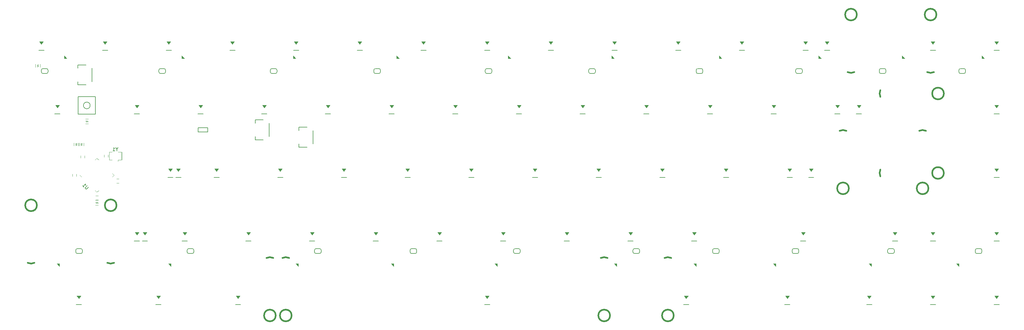
<source format=gbr>
%TF.GenerationSoftware,KiCad,Pcbnew,(5.1.11)-1*%
%TF.CreationDate,2022-09-25T18:14:13+07:00*%
%TF.ProjectId,Eclipse65,45636c69-7073-4653-9635-2e6b69636164,rev?*%
%TF.SameCoordinates,Original*%
%TF.FileFunction,Legend,Bot*%
%TF.FilePolarity,Positive*%
%FSLAX46Y46*%
G04 Gerber Fmt 4.6, Leading zero omitted, Abs format (unit mm)*
G04 Created by KiCad (PCBNEW (5.1.11)-1) date 2022-09-25 18:14:13*
%MOMM*%
%LPD*%
G01*
G04 APERTURE LIST*
%ADD10C,0.150000*%
%ADD11C,0.100000*%
%ADD12C,0.500000*%
%ADD13C,0.120000*%
G04 APERTURE END LIST*
D10*
%TO.C,J3*%
X105137440Y-67675040D02*
X105137440Y-68675040D01*
X105137440Y-68675040D02*
X107537440Y-68675040D01*
X109337440Y-67675040D02*
X109337440Y-63675040D01*
X107537440Y-62675040D02*
X105137440Y-62675040D01*
X105137440Y-62675040D02*
X105137440Y-63675040D01*
%TO.C,U2*%
X88087440Y-66325040D02*
X88087440Y-65025040D01*
X90987440Y-66325040D02*
X88087440Y-66325040D01*
X90987440Y-65025040D02*
X90987440Y-66325040D01*
X90987440Y-65025040D02*
X88087440Y-65025040D01*
D11*
%TO.C,RGB20*%
G36*
X314887500Y-105784375D02*
G01*
X315687500Y-105784375D01*
X315687500Y-106584375D01*
X314887500Y-105784375D01*
G37*
X314887500Y-105784375D02*
X315687500Y-105784375D01*
X315687500Y-106584375D01*
X314887500Y-105784375D01*
D10*
X320537500Y-101734375D02*
X320537500Y-102234375D01*
X322037500Y-101234375D02*
X321037500Y-101234375D01*
X322537500Y-102234375D02*
X322537500Y-101734375D01*
X321037500Y-102734375D02*
X322037500Y-102734375D01*
X322537500Y-101734375D02*
G75*
G03*
X322037500Y-101234375I-500000J0D01*
G01*
X321037500Y-101234375D02*
G75*
G03*
X320537500Y-101734375I0J-500000D01*
G01*
X320537500Y-102234375D02*
G75*
G03*
X321037500Y-102734375I500000J0D01*
G01*
X322037500Y-102734375D02*
G75*
G03*
X322537500Y-102234375I0J500000D01*
G01*
D11*
%TO.C,RGB19*%
G36*
X323287500Y-44234375D02*
G01*
X322487500Y-44234375D01*
X322487500Y-43434375D01*
X323287500Y-44234375D01*
G37*
X323287500Y-44234375D02*
X322487500Y-44234375D01*
X322487500Y-43434375D01*
X323287500Y-44234375D01*
D10*
X317637500Y-48284375D02*
X317637500Y-47784375D01*
X316137500Y-48784375D02*
X317137500Y-48784375D01*
X315637500Y-47784375D02*
X315637500Y-48284375D01*
X317137500Y-47284375D02*
X316137500Y-47284375D01*
X315637500Y-48284375D02*
G75*
G03*
X316137500Y-48784375I500000J0D01*
G01*
X317137500Y-48784375D02*
G75*
G03*
X317637500Y-48284375I0J500000D01*
G01*
X317637500Y-47784375D02*
G75*
G03*
X317137500Y-47284375I-500000J0D01*
G01*
X316137500Y-47284375D02*
G75*
G03*
X315637500Y-47784375I0J-500000D01*
G01*
D11*
%TO.C,D48*%
G36*
X326949000Y-116200000D02*
G01*
X327549000Y-115400000D01*
X326349000Y-115400000D01*
X326949000Y-116200000D01*
G37*
X326949000Y-116200000D02*
X327549000Y-115400000D01*
X326349000Y-115400000D01*
X326949000Y-116200000D01*
D10*
X326149000Y-118000000D02*
X327749000Y-118000000D01*
D11*
%TO.C,D47*%
G36*
X326949000Y-97150000D02*
G01*
X327549000Y-96350000D01*
X326349000Y-96350000D01*
X326949000Y-97150000D01*
G37*
X326949000Y-97150000D02*
X327549000Y-96350000D01*
X326349000Y-96350000D01*
X326949000Y-97150000D01*
D10*
X326149000Y-98950000D02*
X327749000Y-98950000D01*
D11*
%TO.C,D46*%
G36*
X326949000Y-78100000D02*
G01*
X327549000Y-77300000D01*
X326349000Y-77300000D01*
X326949000Y-78100000D01*
G37*
X326949000Y-78100000D02*
X327549000Y-77300000D01*
X326349000Y-77300000D01*
X326949000Y-78100000D01*
D10*
X326149000Y-79900000D02*
X327749000Y-79900000D01*
D11*
%TO.C,D32*%
G36*
X326949000Y-59050000D02*
G01*
X327549000Y-58250000D01*
X326349000Y-58250000D01*
X326949000Y-59050000D01*
G37*
X326949000Y-59050000D02*
X327549000Y-58250000D01*
X326349000Y-58250000D01*
X326949000Y-59050000D01*
D10*
X326149000Y-60850000D02*
X327749000Y-60850000D01*
D11*
%TO.C,D31*%
G36*
X326949000Y-40000000D02*
G01*
X327549000Y-39200000D01*
X326349000Y-39200000D01*
X326949000Y-40000000D01*
G37*
X326949000Y-40000000D02*
X327549000Y-39200000D01*
X326349000Y-39200000D01*
X326949000Y-40000000D01*
D10*
X326149000Y-41800000D02*
X327749000Y-41800000D01*
%TO.C,J1*%
X118234370Y-64865670D02*
X118234370Y-65865670D01*
X120634370Y-64865670D02*
X118234370Y-64865670D01*
X122434370Y-69865670D02*
X122434370Y-65865670D01*
X118234370Y-70865670D02*
X120634370Y-70865670D01*
X118234370Y-69865670D02*
X118234370Y-70865670D01*
%TO.C,J2*%
X52113750Y-46184375D02*
X52113750Y-47184375D01*
X54513750Y-46184375D02*
X52113750Y-46184375D01*
X56313750Y-51184375D02*
X56313750Y-47184375D01*
X52113750Y-52184375D02*
X54513750Y-52184375D01*
X52113750Y-51184375D02*
X52113750Y-52184375D01*
D11*
%TO.C,D16*%
G36*
X234080250Y-116200000D02*
G01*
X234680250Y-115400000D01*
X233480250Y-115400000D01*
X234080250Y-116200000D01*
G37*
X234080250Y-116200000D02*
X234680250Y-115400000D01*
X233480250Y-115400000D01*
X234080250Y-116200000D01*
D10*
X233280250Y-118000000D02*
X234880250Y-118000000D01*
D12*
%TO.C,MX84*%
X311153750Y-78581250D02*
G75*
G03*
X311153750Y-78581250I-1750000J0D01*
G01*
X311153750Y-54768750D02*
G75*
G03*
X311153750Y-54768750I-1750000J0D01*
G01*
X292163225Y-53769801D02*
G75*
G03*
X292163750Y-55768750I2000525J-998949D01*
G01*
X292163225Y-77582301D02*
G75*
G03*
X292163750Y-79581250I2000525J-998949D01*
G01*
%TO.C,MX45*%
X306550000Y-83185000D02*
G75*
G03*
X306550000Y-83185000I-1750000J0D01*
G01*
X282737500Y-83185000D02*
G75*
G03*
X282737500Y-83185000I-1750000J0D01*
G01*
X281986449Y-65944475D02*
G75*
G03*
X279987500Y-65945000I-998949J-2000525D01*
G01*
X305798949Y-65944475D02*
G75*
G03*
X303800000Y-65945000I-998949J-2000525D01*
G01*
%TO.C,MX79*%
X230350000Y-121285000D02*
G75*
G03*
X230350000Y-121285000I-1750000J0D01*
G01*
X116050000Y-121285000D02*
G75*
G03*
X116050000Y-121285000I-1750000J0D01*
G01*
X229598949Y-104044475D02*
G75*
G03*
X227600000Y-104045000I-998949J-2000525D01*
G01*
X115298949Y-104044475D02*
G75*
G03*
X113300000Y-104045000I-998949J-2000525D01*
G01*
D13*
%TO.C,R5*%
X40825000Y-46859375D02*
X40825000Y-46009375D01*
X39425000Y-46859375D02*
X39425000Y-46009375D01*
D11*
X39925000Y-46184375D02*
X40325000Y-46084375D01*
X40325000Y-46684375D02*
X39925000Y-46584375D01*
X39925000Y-46784375D02*
X40325000Y-46684375D01*
X39925000Y-46584375D02*
X40325000Y-46484375D01*
X40325000Y-46484375D02*
X39925000Y-46384375D01*
X39925000Y-46384375D02*
X40325000Y-46284375D01*
X40325000Y-46284375D02*
X39925000Y-46184375D01*
D10*
%TO.C,D72*%
X307099000Y-118000000D02*
X308699000Y-118000000D01*
D11*
G36*
X307899000Y-116200000D02*
G01*
X308499000Y-115400000D01*
X307299000Y-115400000D01*
X307899000Y-116200000D01*
G37*
X307899000Y-116200000D02*
X308499000Y-115400000D01*
X307299000Y-115400000D01*
X307899000Y-116200000D01*
D10*
%TO.C,D69*%
X173749000Y-118000000D02*
X175349000Y-118000000D01*
D11*
G36*
X174549000Y-116200000D02*
G01*
X175149000Y-115400000D01*
X173949000Y-115400000D01*
X174549000Y-116200000D01*
G37*
X174549000Y-116200000D02*
X175149000Y-115400000D01*
X173949000Y-115400000D01*
X174549000Y-116200000D01*
D10*
%TO.C,D68*%
X263518750Y-118000000D02*
X265118750Y-118000000D01*
D11*
G36*
X264318750Y-116200000D02*
G01*
X264918750Y-115400000D01*
X263718750Y-115400000D01*
X264318750Y-116200000D01*
G37*
X264318750Y-116200000D02*
X264918750Y-115400000D01*
X263718750Y-115400000D01*
X264318750Y-116200000D01*
D10*
%TO.C,D67*%
X99212500Y-118000000D02*
X100812500Y-118000000D01*
D11*
G36*
X100012500Y-116200000D02*
G01*
X100612500Y-115400000D01*
X99412500Y-115400000D01*
X100012500Y-116200000D01*
G37*
X100012500Y-116200000D02*
X100612500Y-115400000D01*
X99412500Y-115400000D01*
X100012500Y-116200000D01*
D10*
%TO.C,D66*%
X75400000Y-118000000D02*
X77000000Y-118000000D01*
D11*
G36*
X76200000Y-116200000D02*
G01*
X76800000Y-115400000D01*
X75600000Y-115400000D01*
X76200000Y-116200000D01*
G37*
X76200000Y-116200000D02*
X76800000Y-115400000D01*
X75600000Y-115400000D01*
X76200000Y-116200000D01*
D10*
%TO.C,D65*%
X51587500Y-118000000D02*
X53187500Y-118000000D01*
D11*
G36*
X52387500Y-116200000D02*
G01*
X52987500Y-115400000D01*
X51787500Y-115400000D01*
X52387500Y-116200000D01*
G37*
X52387500Y-116200000D02*
X52987500Y-115400000D01*
X51787500Y-115400000D01*
X52387500Y-116200000D01*
D10*
%TO.C,D63*%
X307099000Y-98950000D02*
X308699000Y-98950000D01*
D11*
G36*
X307899000Y-97150000D02*
G01*
X308499000Y-96350000D01*
X307299000Y-96350000D01*
X307899000Y-97150000D01*
G37*
X307899000Y-97150000D02*
X308499000Y-96350000D01*
X307299000Y-96350000D01*
X307899000Y-97150000D01*
D10*
%TO.C,D30*%
X284950000Y-60850000D02*
X286550000Y-60850000D01*
D11*
G36*
X285750000Y-59050000D02*
G01*
X286350000Y-58250000D01*
X285150000Y-58250000D01*
X285750000Y-59050000D01*
G37*
X285750000Y-59050000D02*
X286350000Y-58250000D01*
X285150000Y-58250000D01*
X285750000Y-59050000D01*
D10*
%TO.C,SW1*%
X55768750Y-58340625D02*
G75*
G03*
X55768750Y-58340625I-1000000J0D01*
G01*
X52168750Y-55740625D02*
X52168750Y-60940625D01*
X57368750Y-55740625D02*
X52168750Y-55740625D01*
X57368750Y-60940625D02*
X57368750Y-55740625D01*
X52168750Y-60940625D02*
X57368750Y-60940625D01*
D11*
%TO.C,R4*%
X54918750Y-63303125D02*
X55018750Y-62903125D01*
X54818750Y-62903125D02*
X54918750Y-63303125D01*
X54718750Y-63303125D02*
X54818750Y-62903125D01*
X54618750Y-62903125D02*
X54718750Y-63303125D01*
X54418750Y-62903125D02*
X54518750Y-63303125D01*
X54518750Y-63303125D02*
X54618750Y-62903125D01*
X55018750Y-62903125D02*
X55118750Y-63303125D01*
D13*
X54343750Y-62403125D02*
X55193750Y-62403125D01*
X54343750Y-63803125D02*
X55193750Y-63803125D01*
D11*
%TO.C,RGB18*%
G36*
X288693750Y-105784375D02*
G01*
X289493750Y-105784375D01*
X289493750Y-106584375D01*
X288693750Y-105784375D01*
G37*
X288693750Y-105784375D02*
X289493750Y-105784375D01*
X289493750Y-106584375D01*
X288693750Y-105784375D01*
D10*
X294343750Y-101734375D02*
X294343750Y-102234375D01*
X295843750Y-101234375D02*
X294843750Y-101234375D01*
X296343750Y-102234375D02*
X296343750Y-101734375D01*
X294843750Y-102734375D02*
X295843750Y-102734375D01*
X295843750Y-102734375D02*
G75*
G03*
X296343750Y-102234375I0J500000D01*
G01*
X294343750Y-102234375D02*
G75*
G03*
X294843750Y-102734375I500000J0D01*
G01*
X294843750Y-101234375D02*
G75*
G03*
X294343750Y-101734375I0J-500000D01*
G01*
X296343750Y-101734375D02*
G75*
G03*
X295843750Y-101234375I-500000J0D01*
G01*
D11*
%TO.C,RGB17*%
G36*
X260118750Y-105784375D02*
G01*
X260918750Y-105784375D01*
X260918750Y-106584375D01*
X260118750Y-105784375D01*
G37*
X260118750Y-105784375D02*
X260918750Y-105784375D01*
X260918750Y-106584375D01*
X260118750Y-105784375D01*
D10*
X265768750Y-101734375D02*
X265768750Y-102234375D01*
X267268750Y-101234375D02*
X266268750Y-101234375D01*
X267768750Y-102234375D02*
X267768750Y-101734375D01*
X266268750Y-102734375D02*
X267268750Y-102734375D01*
X267268750Y-102734375D02*
G75*
G03*
X267768750Y-102234375I0J500000D01*
G01*
X265768750Y-102234375D02*
G75*
G03*
X266268750Y-102734375I500000J0D01*
G01*
X266268750Y-101234375D02*
G75*
G03*
X265768750Y-101734375I0J-500000D01*
G01*
X267768750Y-101734375D02*
G75*
G03*
X267268750Y-101234375I-500000J0D01*
G01*
D11*
%TO.C,RGB16*%
G36*
X236306250Y-105784375D02*
G01*
X237106250Y-105784375D01*
X237106250Y-106584375D01*
X236306250Y-105784375D01*
G37*
X236306250Y-105784375D02*
X237106250Y-105784375D01*
X237106250Y-106584375D01*
X236306250Y-105784375D01*
D10*
X241956250Y-101734375D02*
X241956250Y-102234375D01*
X243456250Y-101234375D02*
X242456250Y-101234375D01*
X243956250Y-102234375D02*
X243956250Y-101734375D01*
X242456250Y-102734375D02*
X243456250Y-102734375D01*
X243456250Y-102734375D02*
G75*
G03*
X243956250Y-102234375I0J500000D01*
G01*
X241956250Y-102234375D02*
G75*
G03*
X242456250Y-102734375I500000J0D01*
G01*
X242456250Y-101234375D02*
G75*
G03*
X241956250Y-101734375I0J-500000D01*
G01*
X243956250Y-101734375D02*
G75*
G03*
X243456250Y-101234375I-500000J0D01*
G01*
D11*
%TO.C,RGB15*%
G36*
X212493750Y-105784375D02*
G01*
X213293750Y-105784375D01*
X213293750Y-106584375D01*
X212493750Y-105784375D01*
G37*
X212493750Y-105784375D02*
X213293750Y-105784375D01*
X213293750Y-106584375D01*
X212493750Y-105784375D01*
D10*
X218143750Y-101734375D02*
X218143750Y-102234375D01*
X219643750Y-101234375D02*
X218643750Y-101234375D01*
X220143750Y-102234375D02*
X220143750Y-101734375D01*
X218643750Y-102734375D02*
X219643750Y-102734375D01*
X219643750Y-102734375D02*
G75*
G03*
X220143750Y-102234375I0J500000D01*
G01*
X218143750Y-102234375D02*
G75*
G03*
X218643750Y-102734375I500000J0D01*
G01*
X218643750Y-101234375D02*
G75*
G03*
X218143750Y-101734375I0J-500000D01*
G01*
X220143750Y-101734375D02*
G75*
G03*
X219643750Y-101234375I-500000J0D01*
G01*
D11*
%TO.C,RGB14*%
G36*
X176775000Y-105784375D02*
G01*
X177575000Y-105784375D01*
X177575000Y-106584375D01*
X176775000Y-105784375D01*
G37*
X176775000Y-105784375D02*
X177575000Y-105784375D01*
X177575000Y-106584375D01*
X176775000Y-105784375D01*
D10*
X182425000Y-101734375D02*
X182425000Y-102234375D01*
X183925000Y-101234375D02*
X182925000Y-101234375D01*
X184425000Y-102234375D02*
X184425000Y-101734375D01*
X182925000Y-102734375D02*
X183925000Y-102734375D01*
X183925000Y-102734375D02*
G75*
G03*
X184425000Y-102234375I0J500000D01*
G01*
X182425000Y-102234375D02*
G75*
G03*
X182925000Y-102734375I500000J0D01*
G01*
X182925000Y-101234375D02*
G75*
G03*
X182425000Y-101734375I0J-500000D01*
G01*
X184425000Y-101734375D02*
G75*
G03*
X183925000Y-101234375I-500000J0D01*
G01*
D11*
%TO.C,RGB13*%
G36*
X145818750Y-105784375D02*
G01*
X146618750Y-105784375D01*
X146618750Y-106584375D01*
X145818750Y-105784375D01*
G37*
X145818750Y-105784375D02*
X146618750Y-105784375D01*
X146618750Y-106584375D01*
X145818750Y-105784375D01*
D10*
X151468750Y-101734375D02*
X151468750Y-102234375D01*
X152968750Y-101234375D02*
X151968750Y-101234375D01*
X153468750Y-102234375D02*
X153468750Y-101734375D01*
X151968750Y-102734375D02*
X152968750Y-102734375D01*
X152968750Y-102734375D02*
G75*
G03*
X153468750Y-102234375I0J500000D01*
G01*
X151468750Y-102234375D02*
G75*
G03*
X151968750Y-102734375I500000J0D01*
G01*
X151968750Y-101234375D02*
G75*
G03*
X151468750Y-101734375I0J-500000D01*
G01*
X153468750Y-101734375D02*
G75*
G03*
X152968750Y-101234375I-500000J0D01*
G01*
D11*
%TO.C,RGB12*%
G36*
X117243750Y-105784375D02*
G01*
X118043750Y-105784375D01*
X118043750Y-106584375D01*
X117243750Y-105784375D01*
G37*
X117243750Y-105784375D02*
X118043750Y-105784375D01*
X118043750Y-106584375D01*
X117243750Y-105784375D01*
D10*
X122893750Y-101734375D02*
X122893750Y-102234375D01*
X124393750Y-101234375D02*
X123393750Y-101234375D01*
X124893750Y-102234375D02*
X124893750Y-101734375D01*
X123393750Y-102734375D02*
X124393750Y-102734375D01*
X124393750Y-102734375D02*
G75*
G03*
X124893750Y-102234375I0J500000D01*
G01*
X122893750Y-102234375D02*
G75*
G03*
X123393750Y-102734375I500000J0D01*
G01*
X123393750Y-101234375D02*
G75*
G03*
X122893750Y-101734375I0J-500000D01*
G01*
X124893750Y-101734375D02*
G75*
G03*
X124393750Y-101234375I-500000J0D01*
G01*
D11*
%TO.C,RGB11*%
G36*
X79143750Y-105784375D02*
G01*
X79943750Y-105784375D01*
X79943750Y-106584375D01*
X79143750Y-105784375D01*
G37*
X79143750Y-105784375D02*
X79943750Y-105784375D01*
X79943750Y-106584375D01*
X79143750Y-105784375D01*
D10*
X84793750Y-101734375D02*
X84793750Y-102234375D01*
X86293750Y-101234375D02*
X85293750Y-101234375D01*
X86793750Y-102234375D02*
X86793750Y-101734375D01*
X85293750Y-102734375D02*
X86293750Y-102734375D01*
X86293750Y-102734375D02*
G75*
G03*
X86793750Y-102234375I0J500000D01*
G01*
X84793750Y-102234375D02*
G75*
G03*
X85293750Y-102734375I500000J0D01*
G01*
X85293750Y-101234375D02*
G75*
G03*
X84793750Y-101734375I0J-500000D01*
G01*
X86793750Y-101734375D02*
G75*
G03*
X86293750Y-101234375I-500000J0D01*
G01*
D11*
%TO.C,RGB10*%
G36*
X45806250Y-105784375D02*
G01*
X46606250Y-105784375D01*
X46606250Y-106584375D01*
X45806250Y-105784375D01*
G37*
X45806250Y-105784375D02*
X46606250Y-105784375D01*
X46606250Y-106584375D01*
X45806250Y-105784375D01*
D10*
X51456250Y-101734375D02*
X51456250Y-102234375D01*
X52956250Y-101234375D02*
X51956250Y-101234375D01*
X53456250Y-102234375D02*
X53456250Y-101734375D01*
X51956250Y-102734375D02*
X52956250Y-102734375D01*
X52956250Y-102734375D02*
G75*
G03*
X53456250Y-102234375I0J500000D01*
G01*
X51456250Y-102234375D02*
G75*
G03*
X51956250Y-102734375I500000J0D01*
G01*
X51956250Y-101234375D02*
G75*
G03*
X51456250Y-101734375I0J-500000D01*
G01*
X53456250Y-101734375D02*
G75*
G03*
X52956250Y-101234375I-500000J0D01*
G01*
D12*
%TO.C,MX46*%
X308931250Y-31115000D02*
G75*
G03*
X308931250Y-31115000I-1750000J0D01*
G01*
X285118750Y-31115000D02*
G75*
G03*
X285118750Y-31115000I-1750000J0D01*
G01*
X306182301Y-48355525D02*
G75*
G03*
X308181250Y-48355000I998949J2000525D01*
G01*
X282369801Y-48355525D02*
G75*
G03*
X284368750Y-48355000I998949J2000525D01*
G01*
D11*
%TO.C,RGB9*%
G36*
X299475000Y-44234375D02*
G01*
X298675000Y-44234375D01*
X298675000Y-43434375D01*
X299475000Y-44234375D01*
G37*
X299475000Y-44234375D02*
X298675000Y-44234375D01*
X298675000Y-43434375D01*
X299475000Y-44234375D01*
D10*
X293825000Y-48284375D02*
X293825000Y-47784375D01*
X292325000Y-48784375D02*
X293325000Y-48784375D01*
X291825000Y-47784375D02*
X291825000Y-48284375D01*
X293325000Y-47284375D02*
X292325000Y-47284375D01*
X291825000Y-48284375D02*
G75*
G03*
X292325000Y-48784375I500000J0D01*
G01*
X293325000Y-48784375D02*
G75*
G03*
X293825000Y-48284375I0J500000D01*
G01*
X293825000Y-47784375D02*
G75*
G03*
X293325000Y-47284375I-500000J0D01*
G01*
X292325000Y-47284375D02*
G75*
G03*
X291825000Y-47784375I0J-500000D01*
G01*
D11*
%TO.C,RGB8*%
G36*
X274471875Y-44234375D02*
G01*
X273671875Y-44234375D01*
X273671875Y-43434375D01*
X274471875Y-44234375D01*
G37*
X274471875Y-44234375D02*
X273671875Y-44234375D01*
X273671875Y-43434375D01*
X274471875Y-44234375D01*
D10*
X268821875Y-48284375D02*
X268821875Y-47784375D01*
X267321875Y-48784375D02*
X268321875Y-48784375D01*
X266821875Y-47784375D02*
X266821875Y-48284375D01*
X268321875Y-47284375D02*
X267321875Y-47284375D01*
X266821875Y-48284375D02*
G75*
G03*
X267321875Y-48784375I500000J0D01*
G01*
X268321875Y-48784375D02*
G75*
G03*
X268821875Y-48284375I0J500000D01*
G01*
X268821875Y-47784375D02*
G75*
G03*
X268321875Y-47284375I-500000J0D01*
G01*
X267321875Y-47284375D02*
G75*
G03*
X266821875Y-47784375I0J-500000D01*
G01*
D11*
%TO.C,RGB7*%
G36*
X244706250Y-44234375D02*
G01*
X243906250Y-44234375D01*
X243906250Y-43434375D01*
X244706250Y-44234375D01*
G37*
X244706250Y-44234375D02*
X243906250Y-44234375D01*
X243906250Y-43434375D01*
X244706250Y-44234375D01*
D10*
X239056250Y-48284375D02*
X239056250Y-47784375D01*
X237556250Y-48784375D02*
X238556250Y-48784375D01*
X237056250Y-47784375D02*
X237056250Y-48284375D01*
X238556250Y-47284375D02*
X237556250Y-47284375D01*
X237056250Y-48284375D02*
G75*
G03*
X237556250Y-48784375I500000J0D01*
G01*
X238556250Y-48784375D02*
G75*
G03*
X239056250Y-48284375I0J500000D01*
G01*
X239056250Y-47784375D02*
G75*
G03*
X238556250Y-47284375I-500000J0D01*
G01*
X237556250Y-47284375D02*
G75*
G03*
X237056250Y-47784375I0J-500000D01*
G01*
D11*
%TO.C,RGB6*%
G36*
X212559375Y-44234375D02*
G01*
X211759375Y-44234375D01*
X211759375Y-43434375D01*
X212559375Y-44234375D01*
G37*
X212559375Y-44234375D02*
X211759375Y-44234375D01*
X211759375Y-43434375D01*
X212559375Y-44234375D01*
D10*
X206909375Y-48284375D02*
X206909375Y-47784375D01*
X205409375Y-48784375D02*
X206409375Y-48784375D01*
X204909375Y-47784375D02*
X204909375Y-48284375D01*
X206409375Y-47284375D02*
X205409375Y-47284375D01*
X204909375Y-48284375D02*
G75*
G03*
X205409375Y-48784375I500000J0D01*
G01*
X206409375Y-48784375D02*
G75*
G03*
X206909375Y-48284375I0J500000D01*
G01*
X206909375Y-47784375D02*
G75*
G03*
X206409375Y-47284375I-500000J0D01*
G01*
X205409375Y-47284375D02*
G75*
G03*
X204909375Y-47784375I0J-500000D01*
G01*
D11*
%TO.C,RGB5*%
G36*
X181603125Y-44234375D02*
G01*
X180803125Y-44234375D01*
X180803125Y-43434375D01*
X181603125Y-44234375D01*
G37*
X181603125Y-44234375D02*
X180803125Y-44234375D01*
X180803125Y-43434375D01*
X181603125Y-44234375D01*
D10*
X175953125Y-48284375D02*
X175953125Y-47784375D01*
X174453125Y-48784375D02*
X175453125Y-48784375D01*
X173953125Y-47784375D02*
X173953125Y-48284375D01*
X175453125Y-47284375D02*
X174453125Y-47284375D01*
X173953125Y-48284375D02*
G75*
G03*
X174453125Y-48784375I500000J0D01*
G01*
X175453125Y-48784375D02*
G75*
G03*
X175953125Y-48284375I0J500000D01*
G01*
X175953125Y-47784375D02*
G75*
G03*
X175453125Y-47284375I-500000J0D01*
G01*
X174453125Y-47284375D02*
G75*
G03*
X173953125Y-47784375I0J-500000D01*
G01*
D11*
%TO.C,RGB4*%
G36*
X148265625Y-44234375D02*
G01*
X147465625Y-44234375D01*
X147465625Y-43434375D01*
X148265625Y-44234375D01*
G37*
X148265625Y-44234375D02*
X147465625Y-44234375D01*
X147465625Y-43434375D01*
X148265625Y-44234375D01*
D10*
X142615625Y-48284375D02*
X142615625Y-47784375D01*
X141115625Y-48784375D02*
X142115625Y-48784375D01*
X140615625Y-47784375D02*
X140615625Y-48284375D01*
X142115625Y-47284375D02*
X141115625Y-47284375D01*
X140615625Y-48284375D02*
G75*
G03*
X141115625Y-48784375I500000J0D01*
G01*
X142115625Y-48784375D02*
G75*
G03*
X142615625Y-48284375I0J500000D01*
G01*
X142615625Y-47784375D02*
G75*
G03*
X142115625Y-47284375I-500000J0D01*
G01*
X141115625Y-47284375D02*
G75*
G03*
X140615625Y-47784375I0J-500000D01*
G01*
D11*
%TO.C,RGB3*%
G36*
X117309375Y-44234375D02*
G01*
X116509375Y-44234375D01*
X116509375Y-43434375D01*
X117309375Y-44234375D01*
G37*
X117309375Y-44234375D02*
X116509375Y-44234375D01*
X116509375Y-43434375D01*
X117309375Y-44234375D01*
D10*
X111659375Y-48284375D02*
X111659375Y-47784375D01*
X110159375Y-48784375D02*
X111159375Y-48784375D01*
X109659375Y-47784375D02*
X109659375Y-48284375D01*
X111159375Y-47284375D02*
X110159375Y-47284375D01*
X109659375Y-48284375D02*
G75*
G03*
X110159375Y-48784375I500000J0D01*
G01*
X111159375Y-48784375D02*
G75*
G03*
X111659375Y-48284375I0J500000D01*
G01*
X111659375Y-47784375D02*
G75*
G03*
X111159375Y-47284375I-500000J0D01*
G01*
X110159375Y-47284375D02*
G75*
G03*
X109659375Y-47784375I0J-500000D01*
G01*
D11*
%TO.C,RGB2*%
G36*
X83971875Y-44234375D02*
G01*
X83171875Y-44234375D01*
X83171875Y-43434375D01*
X83971875Y-44234375D01*
G37*
X83971875Y-44234375D02*
X83171875Y-44234375D01*
X83171875Y-43434375D01*
X83971875Y-44234375D01*
D10*
X78321875Y-48284375D02*
X78321875Y-47784375D01*
X76821875Y-48784375D02*
X77821875Y-48784375D01*
X76321875Y-47784375D02*
X76321875Y-48284375D01*
X77821875Y-47284375D02*
X76821875Y-47284375D01*
X76321875Y-48284375D02*
G75*
G03*
X76821875Y-48784375I500000J0D01*
G01*
X77821875Y-48784375D02*
G75*
G03*
X78321875Y-48284375I0J500000D01*
G01*
X78321875Y-47784375D02*
G75*
G03*
X77821875Y-47284375I-500000J0D01*
G01*
X76821875Y-47284375D02*
G75*
G03*
X76321875Y-47784375I0J-500000D01*
G01*
D11*
%TO.C,RGB1*%
G36*
X48825000Y-44234375D02*
G01*
X48025000Y-44234375D01*
X48025000Y-43434375D01*
X48825000Y-44234375D01*
G37*
X48825000Y-44234375D02*
X48025000Y-44234375D01*
X48025000Y-43434375D01*
X48825000Y-44234375D01*
D10*
X43175000Y-48284375D02*
X43175000Y-47784375D01*
X41675000Y-48784375D02*
X42675000Y-48784375D01*
X41175000Y-47784375D02*
X41175000Y-48284375D01*
X42675000Y-47284375D02*
X41675000Y-47284375D01*
X41175000Y-48284375D02*
G75*
G03*
X41675000Y-48784375I500000J0D01*
G01*
X42675000Y-48784375D02*
G75*
G03*
X43175000Y-48284375I0J500000D01*
G01*
X43175000Y-47784375D02*
G75*
G03*
X42675000Y-47284375I-500000J0D01*
G01*
X41675000Y-47284375D02*
G75*
G03*
X41175000Y-47784375I0J-500000D01*
G01*
D13*
%TO.C,U1*%
X57287348Y-83823909D02*
X57800000Y-84336561D01*
X57800000Y-84336561D02*
X58312652Y-83823909D01*
X58312652Y-74638591D02*
X57800000Y-74125939D01*
X57800000Y-74125939D02*
X57287348Y-74638591D01*
X62392659Y-78718598D02*
X62905311Y-79231250D01*
X62905311Y-79231250D02*
X62392659Y-79743902D01*
X53207341Y-79743902D02*
X52694689Y-79231250D01*
D11*
%TO.C,R3*%
X51443750Y-70134375D02*
X51843750Y-70234375D01*
X51843750Y-70034375D02*
X51443750Y-70134375D01*
X51443750Y-69934375D02*
X51843750Y-70034375D01*
X51843750Y-69834375D02*
X51443750Y-69934375D01*
X51843750Y-69634375D02*
X51443750Y-69734375D01*
X51443750Y-69734375D02*
X51843750Y-69834375D01*
X51843750Y-70234375D02*
X51443750Y-70334375D01*
D13*
X52343750Y-69559375D02*
X52343750Y-70409375D01*
X50943750Y-69559375D02*
X50943750Y-70409375D01*
D11*
%TO.C,R2*%
X53343750Y-69834375D02*
X52943750Y-69734375D01*
X52943750Y-69934375D02*
X53343750Y-69834375D01*
X53343750Y-70034375D02*
X52943750Y-69934375D01*
X52943750Y-70134375D02*
X53343750Y-70034375D01*
X52943750Y-70334375D02*
X53343750Y-70234375D01*
X53343750Y-70234375D02*
X52943750Y-70134375D01*
X52943750Y-69734375D02*
X53343750Y-69634375D01*
D13*
X52443750Y-70409375D02*
X52443750Y-69559375D01*
X53843750Y-70409375D02*
X53843750Y-69559375D01*
%TO.C,Y1*%
X65300000Y-74281250D02*
X65300000Y-74681250D01*
X65100000Y-74281250D02*
X65100000Y-74681250D01*
X61500000Y-74281250D02*
X61500000Y-74681250D01*
X65300000Y-72281250D02*
X65300000Y-74281250D01*
X64100000Y-74681250D02*
X64100000Y-75081250D01*
X64100000Y-74681250D02*
X65100000Y-74681250D01*
X65100000Y-74281250D02*
X65100000Y-72281250D01*
X65100000Y-72281250D02*
X64100000Y-72281250D01*
X62300000Y-72281250D02*
X61500000Y-72281250D01*
X61500000Y-72281250D02*
X61500000Y-74281250D01*
X61500000Y-74681250D02*
X62300000Y-74681250D01*
D11*
%TO.C,R1*%
X57950000Y-87681250D02*
X58050000Y-87281250D01*
X57850000Y-87281250D02*
X57950000Y-87681250D01*
X57750000Y-87681250D02*
X57850000Y-87281250D01*
X57650000Y-87281250D02*
X57750000Y-87681250D01*
X57450000Y-87281250D02*
X57550000Y-87681250D01*
X57550000Y-87681250D02*
X57650000Y-87281250D01*
X58050000Y-87281250D02*
X58150000Y-87681250D01*
D13*
X57375000Y-86781250D02*
X58225000Y-86781250D01*
X57375000Y-88181250D02*
X58225000Y-88181250D01*
%TO.C,C5*%
X59950000Y-73161580D02*
X59950000Y-73861580D01*
X61150000Y-73861580D02*
X61150000Y-73161580D01*
%TO.C,C4*%
X58150000Y-85381250D02*
X57450000Y-85381250D01*
X57450000Y-86581250D02*
X58150000Y-86581250D01*
%TO.C,C3*%
X64400000Y-80381250D02*
X63700000Y-80381250D01*
X63700000Y-81581250D02*
X64400000Y-81581250D01*
%TO.C,C2*%
X51650000Y-79581250D02*
X51650000Y-78881250D01*
X50450000Y-78881250D02*
X50450000Y-79581250D01*
%TO.C,C1*%
X52950000Y-73381250D02*
X52950000Y-74081250D01*
X54150000Y-74081250D02*
X54150000Y-73381250D01*
D12*
%TO.C,MX31*%
X63662500Y-88265000D02*
G75*
G03*
X63662500Y-88265000I-1750000J0D01*
G01*
X39850000Y-88265000D02*
G75*
G03*
X39850000Y-88265000I-1750000J0D01*
G01*
X60913551Y-105505525D02*
G75*
G03*
X62912500Y-105505000I998949J2000525D01*
G01*
X37101051Y-105505525D02*
G75*
G03*
X39100000Y-105505000I998949J2000525D01*
G01*
D11*
%TO.C,D71*%
G36*
X288849000Y-116200000D02*
G01*
X289449000Y-115400000D01*
X288249000Y-115400000D01*
X288849000Y-116200000D01*
G37*
X288849000Y-116200000D02*
X289449000Y-115400000D01*
X288249000Y-115400000D01*
X288849000Y-116200000D01*
D10*
X288049000Y-118000000D02*
X289649000Y-118000000D01*
D12*
%TO.C,MX70*%
X111293850Y-121285000D02*
G75*
G03*
X111293850Y-121285000I-1750000J0D01*
G01*
X211293650Y-121285000D02*
G75*
G03*
X211293650Y-121285000I-1750000J0D01*
G01*
X210542599Y-104044475D02*
G75*
G03*
X208543650Y-104045000I-998949J-2000525D01*
G01*
X110542799Y-104044475D02*
G75*
G03*
X108543850Y-104045000I-998949J-2000525D01*
G01*
D11*
%TO.C,D62*%
G36*
X296545000Y-97150000D02*
G01*
X297145000Y-96350000D01*
X295945000Y-96350000D01*
X296545000Y-97150000D01*
G37*
X296545000Y-97150000D02*
X297145000Y-96350000D01*
X295945000Y-96350000D01*
X296545000Y-97150000D01*
D10*
X295745000Y-98950000D02*
X297345000Y-98950000D01*
D11*
%TO.C,D60*%
G36*
X269081250Y-97150000D02*
G01*
X269681250Y-96350000D01*
X268481250Y-96350000D01*
X269081250Y-97150000D01*
G37*
X269081250Y-97150000D02*
X269681250Y-96350000D01*
X268481250Y-96350000D01*
X269081250Y-97150000D01*
D10*
X268281250Y-98950000D02*
X269881250Y-98950000D01*
D11*
%TO.C,D59*%
G36*
X236461500Y-97150000D02*
G01*
X237061500Y-96350000D01*
X235861500Y-96350000D01*
X236461500Y-97150000D01*
G37*
X236461500Y-97150000D02*
X237061500Y-96350000D01*
X235861500Y-96350000D01*
X236461500Y-97150000D01*
D10*
X235661500Y-98950000D02*
X237261500Y-98950000D01*
D11*
%TO.C,D58*%
G36*
X217411500Y-97150000D02*
G01*
X218011500Y-96350000D01*
X216811500Y-96350000D01*
X217411500Y-97150000D01*
G37*
X217411500Y-97150000D02*
X218011500Y-96350000D01*
X216811500Y-96350000D01*
X217411500Y-97150000D01*
D10*
X216611500Y-98950000D02*
X218211500Y-98950000D01*
D11*
%TO.C,D57*%
G36*
X198361500Y-97150000D02*
G01*
X198961500Y-96350000D01*
X197761500Y-96350000D01*
X198361500Y-97150000D01*
G37*
X198361500Y-97150000D02*
X198961500Y-96350000D01*
X197761500Y-96350000D01*
X198361500Y-97150000D01*
D10*
X197561500Y-98950000D02*
X199161500Y-98950000D01*
D11*
%TO.C,D56*%
G36*
X179311500Y-97150000D02*
G01*
X179911500Y-96350000D01*
X178711500Y-96350000D01*
X179311500Y-97150000D01*
G37*
X179311500Y-97150000D02*
X179911500Y-96350000D01*
X178711500Y-96350000D01*
X179311500Y-97150000D01*
D10*
X178511500Y-98950000D02*
X180111500Y-98950000D01*
D11*
%TO.C,D55*%
G36*
X160261500Y-97150000D02*
G01*
X160861500Y-96350000D01*
X159661500Y-96350000D01*
X160261500Y-97150000D01*
G37*
X160261500Y-97150000D02*
X160861500Y-96350000D01*
X159661500Y-96350000D01*
X160261500Y-97150000D01*
D10*
X159461500Y-98950000D02*
X161061500Y-98950000D01*
D11*
%TO.C,D54*%
G36*
X141211500Y-97150000D02*
G01*
X141811500Y-96350000D01*
X140611500Y-96350000D01*
X141211500Y-97150000D01*
G37*
X141211500Y-97150000D02*
X141811500Y-96350000D01*
X140611500Y-96350000D01*
X141211500Y-97150000D01*
D10*
X140411500Y-98950000D02*
X142011500Y-98950000D01*
D11*
%TO.C,D53*%
G36*
X122161500Y-97150000D02*
G01*
X122761500Y-96350000D01*
X121561500Y-96350000D01*
X122161500Y-97150000D01*
G37*
X122161500Y-97150000D02*
X122761500Y-96350000D01*
X121561500Y-96350000D01*
X122161500Y-97150000D01*
D10*
X121361500Y-98950000D02*
X122961500Y-98950000D01*
D11*
%TO.C,D52*%
G36*
X103111500Y-97150000D02*
G01*
X103711500Y-96350000D01*
X102511500Y-96350000D01*
X103111500Y-97150000D01*
G37*
X103111500Y-97150000D02*
X103711500Y-96350000D01*
X102511500Y-96350000D01*
X103111500Y-97150000D01*
D10*
X102311500Y-98950000D02*
X103911500Y-98950000D01*
D11*
%TO.C,D51*%
G36*
X84061500Y-97150000D02*
G01*
X84661500Y-96350000D01*
X83461500Y-96350000D01*
X84061500Y-97150000D01*
G37*
X84061500Y-97150000D02*
X84661500Y-96350000D01*
X83461500Y-96350000D01*
X84061500Y-97150000D01*
D10*
X83261500Y-98950000D02*
X84861500Y-98950000D01*
D11*
%TO.C,D50*%
G36*
X72155250Y-97150000D02*
G01*
X72755250Y-96350000D01*
X71555250Y-96350000D01*
X72155250Y-97150000D01*
G37*
X72155250Y-97150000D02*
X72755250Y-96350000D01*
X71555250Y-96350000D01*
X72155250Y-97150000D01*
D10*
X71355250Y-98950000D02*
X72955250Y-98950000D01*
D11*
%TO.C,D49*%
G36*
X69774000Y-97150000D02*
G01*
X70374000Y-96350000D01*
X69174000Y-96350000D01*
X69774000Y-97150000D01*
G37*
X69774000Y-97150000D02*
X70374000Y-96350000D01*
X69174000Y-96350000D01*
X69774000Y-97150000D01*
D10*
X68974000Y-98950000D02*
X70574000Y-98950000D01*
D11*
%TO.C,D45*%
G36*
X271462500Y-78100000D02*
G01*
X272062500Y-77300000D01*
X270862500Y-77300000D01*
X271462500Y-78100000D01*
G37*
X271462500Y-78100000D02*
X272062500Y-77300000D01*
X270862500Y-77300000D01*
X271462500Y-78100000D01*
D10*
X270662500Y-79900000D02*
X272262500Y-79900000D01*
D11*
%TO.C,D44*%
G36*
X265036500Y-78100000D02*
G01*
X265636500Y-77300000D01*
X264436500Y-77300000D01*
X265036500Y-78100000D01*
G37*
X265036500Y-78100000D02*
X265636500Y-77300000D01*
X264436500Y-77300000D01*
X265036500Y-78100000D01*
D10*
X264236500Y-79900000D02*
X265836500Y-79900000D01*
D11*
%TO.C,D43*%
G36*
X245986500Y-78100000D02*
G01*
X246586500Y-77300000D01*
X245386500Y-77300000D01*
X245986500Y-78100000D01*
G37*
X245986500Y-78100000D02*
X246586500Y-77300000D01*
X245386500Y-77300000D01*
X245986500Y-78100000D01*
D10*
X245186500Y-79900000D02*
X246786500Y-79900000D01*
D11*
%TO.C,D42*%
G36*
X226936500Y-78100000D02*
G01*
X227536500Y-77300000D01*
X226336500Y-77300000D01*
X226936500Y-78100000D01*
G37*
X226936500Y-78100000D02*
X227536500Y-77300000D01*
X226336500Y-77300000D01*
X226936500Y-78100000D01*
D10*
X226136500Y-79900000D02*
X227736500Y-79900000D01*
D11*
%TO.C,D41*%
G36*
X207886500Y-78100000D02*
G01*
X208486500Y-77300000D01*
X207286500Y-77300000D01*
X207886500Y-78100000D01*
G37*
X207886500Y-78100000D02*
X208486500Y-77300000D01*
X207286500Y-77300000D01*
X207886500Y-78100000D01*
D10*
X207086500Y-79900000D02*
X208686500Y-79900000D01*
D11*
%TO.C,D40*%
G36*
X188836500Y-78100000D02*
G01*
X189436500Y-77300000D01*
X188236500Y-77300000D01*
X188836500Y-78100000D01*
G37*
X188836500Y-78100000D02*
X189436500Y-77300000D01*
X188236500Y-77300000D01*
X188836500Y-78100000D01*
D10*
X188036500Y-79900000D02*
X189636500Y-79900000D01*
D11*
%TO.C,D39*%
G36*
X169786500Y-78100000D02*
G01*
X170386500Y-77300000D01*
X169186500Y-77300000D01*
X169786500Y-78100000D01*
G37*
X169786500Y-78100000D02*
X170386500Y-77300000D01*
X169186500Y-77300000D01*
X169786500Y-78100000D01*
D10*
X168986500Y-79900000D02*
X170586500Y-79900000D01*
D11*
%TO.C,D38*%
G36*
X150736500Y-78100000D02*
G01*
X151336500Y-77300000D01*
X150136500Y-77300000D01*
X150736500Y-78100000D01*
G37*
X150736500Y-78100000D02*
X151336500Y-77300000D01*
X150136500Y-77300000D01*
X150736500Y-78100000D01*
D10*
X149936500Y-79900000D02*
X151536500Y-79900000D01*
D11*
%TO.C,D37*%
G36*
X131686500Y-78100000D02*
G01*
X132286500Y-77300000D01*
X131086500Y-77300000D01*
X131686500Y-78100000D01*
G37*
X131686500Y-78100000D02*
X132286500Y-77300000D01*
X131086500Y-77300000D01*
X131686500Y-78100000D01*
D10*
X130886500Y-79900000D02*
X132486500Y-79900000D01*
D11*
%TO.C,D36*%
G36*
X112636500Y-78100000D02*
G01*
X113236500Y-77300000D01*
X112036500Y-77300000D01*
X112636500Y-78100000D01*
G37*
X112636500Y-78100000D02*
X113236500Y-77300000D01*
X112036500Y-77300000D01*
X112636500Y-78100000D01*
D10*
X111836500Y-79900000D02*
X113436500Y-79900000D01*
D11*
%TO.C,D35*%
G36*
X93586500Y-78100000D02*
G01*
X94186500Y-77300000D01*
X92986500Y-77300000D01*
X93586500Y-78100000D01*
G37*
X93586500Y-78100000D02*
X94186500Y-77300000D01*
X92986500Y-77300000D01*
X93586500Y-78100000D01*
D10*
X92786500Y-79900000D02*
X94386500Y-79900000D01*
D11*
%TO.C,D34*%
G36*
X82153125Y-78100000D02*
G01*
X82753125Y-77300000D01*
X81553125Y-77300000D01*
X82153125Y-78100000D01*
G37*
X82153125Y-78100000D02*
X82753125Y-77300000D01*
X81553125Y-77300000D01*
X82153125Y-78100000D01*
D10*
X81353125Y-79900000D02*
X82953125Y-79900000D01*
D11*
%TO.C,D33*%
G36*
X79771875Y-78100000D02*
G01*
X80371875Y-77300000D01*
X79171875Y-77300000D01*
X79771875Y-78100000D01*
G37*
X79771875Y-78100000D02*
X80371875Y-77300000D01*
X79171875Y-77300000D01*
X79771875Y-78100000D01*
D10*
X78971875Y-79900000D02*
X80571875Y-79900000D01*
D11*
%TO.C,D29*%
G36*
X279324000Y-59050000D02*
G01*
X279924000Y-58250000D01*
X278724000Y-58250000D01*
X279324000Y-59050000D01*
G37*
X279324000Y-59050000D02*
X279924000Y-58250000D01*
X278724000Y-58250000D01*
X279324000Y-59050000D01*
D10*
X278524000Y-60850000D02*
X280124000Y-60850000D01*
D11*
%TO.C,D28*%
G36*
X260274000Y-59050000D02*
G01*
X260874000Y-58250000D01*
X259674000Y-58250000D01*
X260274000Y-59050000D01*
G37*
X260274000Y-59050000D02*
X260874000Y-58250000D01*
X259674000Y-58250000D01*
X260274000Y-59050000D01*
D10*
X259474000Y-60850000D02*
X261074000Y-60850000D01*
D11*
%TO.C,D27*%
G36*
X241224000Y-59050000D02*
G01*
X241824000Y-58250000D01*
X240624000Y-58250000D01*
X241224000Y-59050000D01*
G37*
X241224000Y-59050000D02*
X241824000Y-58250000D01*
X240624000Y-58250000D01*
X241224000Y-59050000D01*
D10*
X240424000Y-60850000D02*
X242024000Y-60850000D01*
D11*
%TO.C,D26*%
G36*
X222174000Y-59050000D02*
G01*
X222774000Y-58250000D01*
X221574000Y-58250000D01*
X222174000Y-59050000D01*
G37*
X222174000Y-59050000D02*
X222774000Y-58250000D01*
X221574000Y-58250000D01*
X222174000Y-59050000D01*
D10*
X221374000Y-60850000D02*
X222974000Y-60850000D01*
D11*
%TO.C,D25*%
G36*
X203124000Y-59050000D02*
G01*
X203724000Y-58250000D01*
X202524000Y-58250000D01*
X203124000Y-59050000D01*
G37*
X203124000Y-59050000D02*
X203724000Y-58250000D01*
X202524000Y-58250000D01*
X203124000Y-59050000D01*
D10*
X202324000Y-60850000D02*
X203924000Y-60850000D01*
D11*
%TO.C,D24*%
G36*
X184074000Y-59050000D02*
G01*
X184674000Y-58250000D01*
X183474000Y-58250000D01*
X184074000Y-59050000D01*
G37*
X184074000Y-59050000D02*
X184674000Y-58250000D01*
X183474000Y-58250000D01*
X184074000Y-59050000D01*
D10*
X183274000Y-60850000D02*
X184874000Y-60850000D01*
D11*
%TO.C,D23*%
G36*
X165024000Y-59050000D02*
G01*
X165624000Y-58250000D01*
X164424000Y-58250000D01*
X165024000Y-59050000D01*
G37*
X165024000Y-59050000D02*
X165624000Y-58250000D01*
X164424000Y-58250000D01*
X165024000Y-59050000D01*
D10*
X164224000Y-60850000D02*
X165824000Y-60850000D01*
D11*
%TO.C,D22*%
G36*
X145974000Y-59050000D02*
G01*
X146574000Y-58250000D01*
X145374000Y-58250000D01*
X145974000Y-59050000D01*
G37*
X145974000Y-59050000D02*
X146574000Y-58250000D01*
X145374000Y-58250000D01*
X145974000Y-59050000D01*
D10*
X145174000Y-60850000D02*
X146774000Y-60850000D01*
D11*
%TO.C,D21*%
G36*
X126924000Y-59050000D02*
G01*
X127524000Y-58250000D01*
X126324000Y-58250000D01*
X126924000Y-59050000D01*
G37*
X126924000Y-59050000D02*
X127524000Y-58250000D01*
X126324000Y-58250000D01*
X126924000Y-59050000D01*
D10*
X126124000Y-60850000D02*
X127724000Y-60850000D01*
D11*
%TO.C,D20*%
G36*
X107874000Y-59050000D02*
G01*
X108474000Y-58250000D01*
X107274000Y-58250000D01*
X107874000Y-59050000D01*
G37*
X107874000Y-59050000D02*
X108474000Y-58250000D01*
X107274000Y-58250000D01*
X107874000Y-59050000D01*
D10*
X107074000Y-60850000D02*
X108674000Y-60850000D01*
D11*
%TO.C,D19*%
G36*
X88824000Y-59050000D02*
G01*
X89424000Y-58250000D01*
X88224000Y-58250000D01*
X88824000Y-59050000D01*
G37*
X88824000Y-59050000D02*
X89424000Y-58250000D01*
X88224000Y-58250000D01*
X88824000Y-59050000D01*
D10*
X88024000Y-60850000D02*
X89624000Y-60850000D01*
D11*
%TO.C,D18*%
G36*
X69774000Y-59050000D02*
G01*
X70374000Y-58250000D01*
X69174000Y-58250000D01*
X69774000Y-59050000D01*
G37*
X69774000Y-59050000D02*
X70374000Y-58250000D01*
X69174000Y-58250000D01*
X69774000Y-59050000D01*
D10*
X68974000Y-60850000D02*
X70574000Y-60850000D01*
D11*
%TO.C,D17*%
G36*
X45961500Y-59050000D02*
G01*
X46561500Y-58250000D01*
X45361500Y-58250000D01*
X45961500Y-59050000D01*
G37*
X45961500Y-59050000D02*
X46561500Y-58250000D01*
X45361500Y-58250000D01*
X45961500Y-59050000D01*
D10*
X45161500Y-60850000D02*
X46761500Y-60850000D01*
D11*
%TO.C,D15*%
G36*
X307899000Y-40000000D02*
G01*
X308499000Y-39200000D01*
X307299000Y-39200000D01*
X307899000Y-40000000D01*
G37*
X307899000Y-40000000D02*
X308499000Y-39200000D01*
X307299000Y-39200000D01*
X307899000Y-40000000D01*
D10*
X307099000Y-41800000D02*
X308699000Y-41800000D01*
D11*
%TO.C,D14*%
G36*
X276225000Y-40000000D02*
G01*
X276825000Y-39200000D01*
X275625000Y-39200000D01*
X276225000Y-40000000D01*
G37*
X276225000Y-40000000D02*
X276825000Y-39200000D01*
X275625000Y-39200000D01*
X276225000Y-40000000D01*
D10*
X275425000Y-41800000D02*
X277025000Y-41800000D01*
D11*
%TO.C,D13*%
G36*
X269799000Y-40000000D02*
G01*
X270399000Y-39200000D01*
X269199000Y-39200000D01*
X269799000Y-40000000D01*
G37*
X269799000Y-40000000D02*
X270399000Y-39200000D01*
X269199000Y-39200000D01*
X269799000Y-40000000D01*
D10*
X268999000Y-41800000D02*
X270599000Y-41800000D01*
D11*
%TO.C,D12*%
G36*
X250749000Y-40000000D02*
G01*
X251349000Y-39200000D01*
X250149000Y-39200000D01*
X250749000Y-40000000D01*
G37*
X250749000Y-40000000D02*
X251349000Y-39200000D01*
X250149000Y-39200000D01*
X250749000Y-40000000D01*
D10*
X249949000Y-41800000D02*
X251549000Y-41800000D01*
D11*
%TO.C,D11*%
G36*
X231699000Y-40000000D02*
G01*
X232299000Y-39200000D01*
X231099000Y-39200000D01*
X231699000Y-40000000D01*
G37*
X231699000Y-40000000D02*
X232299000Y-39200000D01*
X231099000Y-39200000D01*
X231699000Y-40000000D01*
D10*
X230899000Y-41800000D02*
X232499000Y-41800000D01*
D11*
%TO.C,D10*%
G36*
X212649000Y-40000000D02*
G01*
X213249000Y-39200000D01*
X212049000Y-39200000D01*
X212649000Y-40000000D01*
G37*
X212649000Y-40000000D02*
X213249000Y-39200000D01*
X212049000Y-39200000D01*
X212649000Y-40000000D01*
D10*
X211849000Y-41800000D02*
X213449000Y-41800000D01*
D11*
%TO.C,D9*%
G36*
X193599000Y-40000000D02*
G01*
X194199000Y-39200000D01*
X192999000Y-39200000D01*
X193599000Y-40000000D01*
G37*
X193599000Y-40000000D02*
X194199000Y-39200000D01*
X192999000Y-39200000D01*
X193599000Y-40000000D01*
D10*
X192799000Y-41800000D02*
X194399000Y-41800000D01*
D11*
%TO.C,D8*%
G36*
X174549000Y-40000000D02*
G01*
X175149000Y-39200000D01*
X173949000Y-39200000D01*
X174549000Y-40000000D01*
G37*
X174549000Y-40000000D02*
X175149000Y-39200000D01*
X173949000Y-39200000D01*
X174549000Y-40000000D01*
D10*
X173749000Y-41800000D02*
X175349000Y-41800000D01*
D11*
%TO.C,D7*%
G36*
X155499000Y-40000000D02*
G01*
X156099000Y-39200000D01*
X154899000Y-39200000D01*
X155499000Y-40000000D01*
G37*
X155499000Y-40000000D02*
X156099000Y-39200000D01*
X154899000Y-39200000D01*
X155499000Y-40000000D01*
D10*
X154699000Y-41800000D02*
X156299000Y-41800000D01*
D11*
%TO.C,D6*%
G36*
X136449000Y-40000000D02*
G01*
X137049000Y-39200000D01*
X135849000Y-39200000D01*
X136449000Y-40000000D01*
G37*
X136449000Y-40000000D02*
X137049000Y-39200000D01*
X135849000Y-39200000D01*
X136449000Y-40000000D01*
D10*
X135649000Y-41800000D02*
X137249000Y-41800000D01*
D11*
%TO.C,D5*%
G36*
X117399000Y-40000000D02*
G01*
X117999000Y-39200000D01*
X116799000Y-39200000D01*
X117399000Y-40000000D01*
G37*
X117399000Y-40000000D02*
X117999000Y-39200000D01*
X116799000Y-39200000D01*
X117399000Y-40000000D01*
D10*
X116599000Y-41800000D02*
X118199000Y-41800000D01*
D11*
%TO.C,D4*%
G36*
X98349000Y-40000000D02*
G01*
X98949000Y-39200000D01*
X97749000Y-39200000D01*
X98349000Y-40000000D01*
G37*
X98349000Y-40000000D02*
X98949000Y-39200000D01*
X97749000Y-39200000D01*
X98349000Y-40000000D01*
D10*
X97549000Y-41800000D02*
X99149000Y-41800000D01*
D11*
%TO.C,D3*%
G36*
X79299000Y-40000000D02*
G01*
X79899000Y-39200000D01*
X78699000Y-39200000D01*
X79299000Y-40000000D01*
G37*
X79299000Y-40000000D02*
X79899000Y-39200000D01*
X78699000Y-39200000D01*
X79299000Y-40000000D01*
D10*
X78499000Y-41800000D02*
X80099000Y-41800000D01*
D11*
%TO.C,D2*%
G36*
X60249000Y-40000000D02*
G01*
X60849000Y-39200000D01*
X59649000Y-39200000D01*
X60249000Y-40000000D01*
G37*
X60249000Y-40000000D02*
X60849000Y-39200000D01*
X59649000Y-39200000D01*
X60249000Y-40000000D01*
D10*
X59449000Y-41800000D02*
X61049000Y-41800000D01*
D11*
%TO.C,D1*%
G36*
X41199000Y-40000000D02*
G01*
X41799000Y-39200000D01*
X40599000Y-39200000D01*
X41199000Y-40000000D01*
G37*
X41199000Y-40000000D02*
X41799000Y-39200000D01*
X40599000Y-39200000D01*
X41199000Y-40000000D01*
D10*
X40399000Y-41800000D02*
X41999000Y-41800000D01*
%TO.C,U1*%
X55317718Y-82791027D02*
X54745298Y-83363447D01*
X54644283Y-83397119D01*
X54576939Y-83397119D01*
X54475924Y-83363447D01*
X54341237Y-83228760D01*
X54307565Y-83127745D01*
X54307565Y-83060401D01*
X54341237Y-82959386D01*
X54913657Y-82386966D01*
X53499443Y-82386966D02*
X53903504Y-82791027D01*
X53701474Y-82588997D02*
X54408580Y-81881890D01*
X54374909Y-82050249D01*
X54374909Y-82184936D01*
X54408580Y-82285951D01*
%TO.C,Y1*%
X63776190Y-71457440D02*
X63776190Y-71933630D01*
X64109523Y-70933630D02*
X63776190Y-71457440D01*
X63442857Y-70933630D01*
X62585714Y-71933630D02*
X63157142Y-71933630D01*
X62871428Y-71933630D02*
X62871428Y-70933630D01*
X62966666Y-71076488D01*
X63061904Y-71171726D01*
X63157142Y-71219345D01*
%TD*%
M02*

</source>
